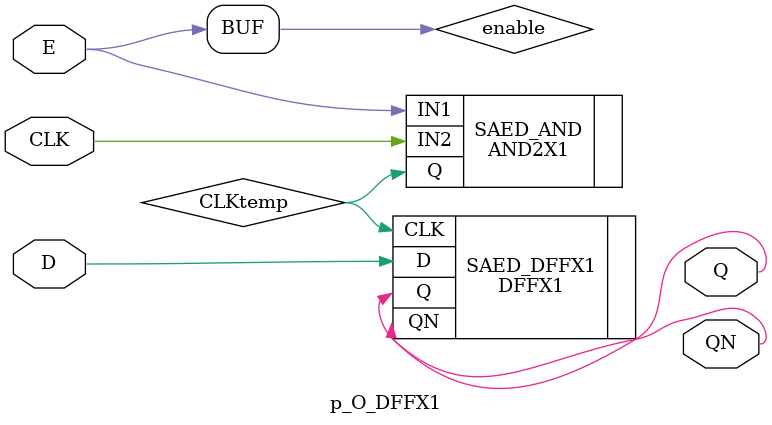
<source format=v>
module p_O_DFFX1 (D,CLK,Q,QN,E);
   
   output  Q,QN;
   input   D,CLK,E;
   wire    CLKtemp;
   wire    enable;
   
   assign enable = E;
   
   
   DFFX1 SAED_DFFX1 (.D(D),.CLK(CLKtemp),.Q(Q),.QN(QN)); 
   AND2X1 SAED_AND (.IN1(enable),.IN2(CLK),.Q(CLKtemp));
   
   
   
   
endmodule // p_O_DFFX1

</source>
